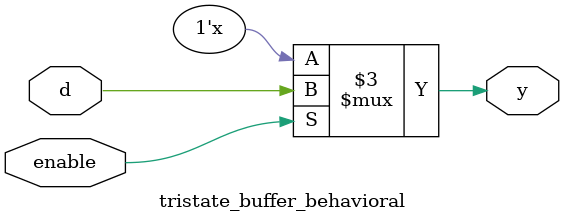
<source format=v>
module tristate_buffer_behavioral(input d,input enable,output reg y);
initial begin
	if(enable)begin
		 y=d;
	end
	else begin
		 y=1'bz;
	end
end
endmodule

</source>
